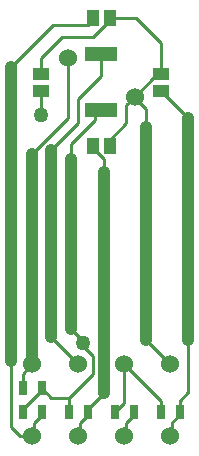
<source format=gtl>
G04*
G04 #@! TF.GenerationSoftware,Altium Limited,Altium Designer,20.1.14 (287)*
G04*
G04 Layer_Physical_Order=1*
G04 Layer_Color=255*
%FSLAX24Y24*%
%MOIN*%
G70*
G04*
G04 #@! TF.SameCoordinates,B6722B68-9EB0-4988-A5EE-1314B268560D*
G04*
G04*
G04 #@! TF.FilePolarity,Positive*
G04*
G01*
G75*
%ADD13R,0.0315X0.0492*%
%ADD14R,0.0534X0.0415*%
%ADD15R,0.0415X0.0534*%
%ADD16R,0.1063X0.0492*%
%ADD20C,0.0100*%
%ADD21C,0.0400*%
%ADD22C,0.0600*%
%ADD23C,0.0500*%
D13*
X-1985Y-11000D02*
D03*
X-2615D02*
D03*
Y-10200D02*
D03*
X-1985D02*
D03*
X2615Y-11000D02*
D03*
X1985D02*
D03*
X-452D02*
D03*
X-1082D02*
D03*
X1082D02*
D03*
X452D02*
D03*
D14*
X-2000Y286D02*
D03*
Y-286D02*
D03*
X2000Y286D02*
D03*
Y-286D02*
D03*
D15*
X286Y-2130D02*
D03*
X-286D02*
D03*
X286Y2130D02*
D03*
X-286D02*
D03*
D16*
X0Y-925D02*
D03*
Y925D02*
D03*
D20*
X1804Y129D02*
X2000Y325D01*
X286Y-2130D02*
Y-1914D01*
X2000Y325D02*
Y1300D01*
Y286D02*
Y325D01*
X286Y-1914D02*
X828Y-1372D01*
Y-767D01*
X1116Y-480D01*
X286Y2130D02*
X1170D01*
X2000Y1300D01*
X-1587Y1913D02*
X-443D01*
X-3012Y488D02*
X-1587Y1913D01*
X100Y-3000D02*
Y-2575D01*
X2615Y-11000D02*
Y-10622D01*
X2900Y-10337D01*
Y-8600D01*
X452Y-11000D02*
X767Y-10685D01*
Y-9400D01*
X-1000Y-2575D02*
Y-2057D01*
X-716Y-1773D01*
X-716D01*
X-10Y-925D02*
X0D01*
X-206Y-1121D02*
X-10Y-925D01*
X-206Y-1263D02*
Y-1121D01*
X-716Y-1773D02*
X-206Y-1263D01*
X-3012Y-11488D02*
Y-9300D01*
Y-11488D02*
X-2700Y-11800D01*
X-2014Y-11118D02*
Y-10971D01*
X-1675Y-8492D02*
X-767Y-9400D01*
X-1675Y-2275D02*
X-767Y-1367D01*
X-1000Y-8241D02*
X-600Y-8641D01*
Y-8800D02*
Y-8641D01*
X-286Y-2189D02*
X100Y-2575D01*
X-1067Y-10515D02*
X-286Y-9734D01*
X-600Y-8800D02*
X-286Y-9114D01*
Y-9734D02*
Y-9114D01*
X1116Y-523D02*
Y-480D01*
X1500Y-1500D02*
Y-907D01*
X1116Y-523D02*
X1500Y-907D01*
Y-8600D02*
X2300Y-9400D01*
X2000Y-286D02*
X2900Y-1186D01*
X-1985Y-10205D02*
Y-10200D01*
Y-10289D02*
Y-10205D01*
X-1067Y-10515D02*
X-1059D01*
X-1675D02*
X-1067D01*
X-1985Y-10205D02*
X-1675Y-10515D01*
X-1059Y-10978D02*
Y-10515D01*
X-1082Y-11000D02*
X-1059Y-10978D01*
X-452Y-10911D02*
X100Y-10360D01*
X-286Y-2189D02*
Y-2130D01*
X-2615Y-11000D02*
Y-10911D01*
X-2100Y-10396D01*
X-2093D01*
X-1985Y-10289D01*
X-2615Y-10200D02*
Y-9721D01*
X-2300Y-9406D01*
Y-9400D01*
X-767Y-1367D02*
Y-567D01*
X0Y200D01*
Y925D01*
X-1100Y-1200D02*
Y800D01*
X-2300Y-2400D02*
X-1100Y-1200D01*
X-452Y-11000D02*
Y-10911D01*
X1985Y-11000D02*
Y-10618D01*
X767Y-9400D02*
X1985Y-10618D01*
X-767Y-11800D02*
X-713Y-11746D01*
Y-11350D01*
X-452Y-11089D01*
Y-11000D01*
X2300Y-11800D02*
X2354Y-11746D01*
Y-11350D01*
X2600Y-11104D01*
X767Y-11800D02*
X820Y-11746D01*
Y-11350D01*
X1082Y-11089D01*
Y-11000D01*
X-2300Y-11800D02*
X-2246Y-11746D01*
Y-11350D01*
X-2014Y-11118D01*
X-2700Y-11800D02*
X-2300D01*
X-286Y2071D02*
Y2130D01*
X-443Y1913D02*
X-286Y2071D01*
X-2000Y-286D02*
X-1994Y-292D01*
Y-1100D02*
Y-292D01*
X-2014Y-300D02*
X-2000Y-286D01*
X-2014Y-10971D02*
X-1985Y-11000D01*
X-2000Y286D02*
Y800D01*
X-1300Y1500D02*
X-266D01*
X-2000Y800D02*
X-1300Y1500D01*
X1116Y-480D02*
X1724Y129D01*
X-266Y1500D02*
X325Y2091D01*
X1724Y129D02*
X1804D01*
D21*
X-3012Y-9300D02*
Y488D01*
X100Y-10360D02*
Y-3000D01*
X2900Y-8600D02*
Y-1186D01*
X-1000Y-8241D02*
Y-2575D01*
X-1675Y-8492D02*
Y-2275D01*
X1500Y-8600D02*
Y-1500D01*
X-2300Y-9400D02*
Y-2400D01*
D22*
Y-11800D02*
D03*
X1116Y-480D02*
D03*
X-1100Y800D02*
D03*
X-2300Y-9400D02*
D03*
X2300Y-11800D02*
D03*
X767D02*
D03*
X-767D02*
D03*
X2300Y-9400D02*
D03*
X767D02*
D03*
X-767D02*
D03*
D23*
X-600Y-8700D02*
D03*
X-1994Y-1100D02*
D03*
M02*

</source>
